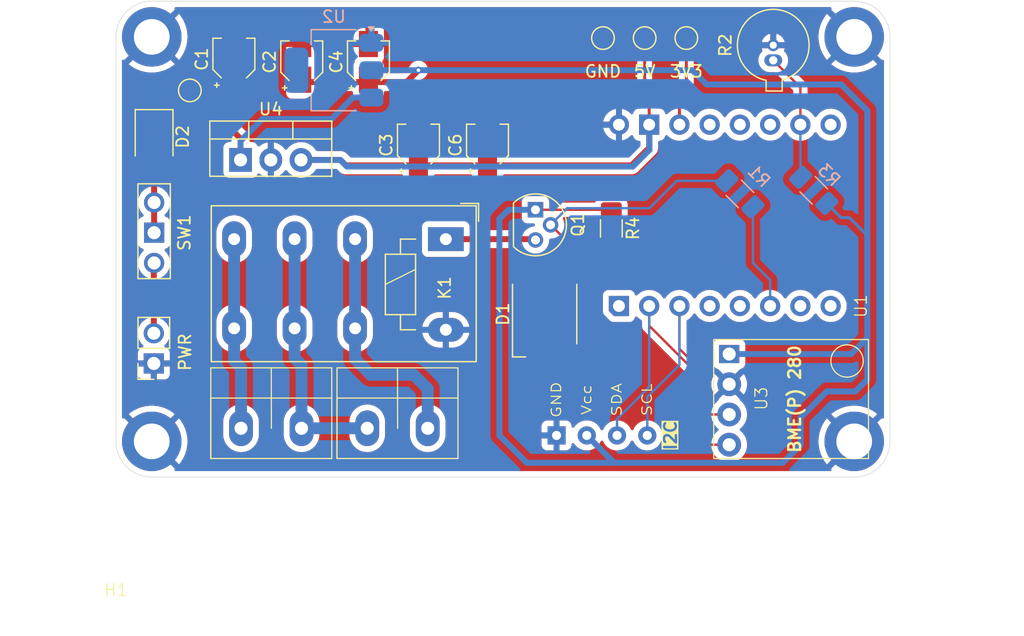
<source format=kicad_pcb>
(kicad_pcb (version 20240108) (generator "pcbnew") (generator_version "8.0")
  (layers (0 "F.Cu" signal) (31 "B.Cu" signal) (34 "B.Paste" user) (35 "F.Paste" user) (36 "B.SilkS" user "B.Silkscreen") (37 "F.SilkS" user "F.Silkscreen") (38 "B.Mask" user) (39 "F.Mask" user) (44 "Edge.Cuts" user))
  (net 0 "")
  (net 1 "GND")
  (net 2 "/SDA")
  (net 3 "/SCL")
  (net 4 "Net-(Q1-E)")
  (net 5 "/GPIO10")
  (net 7 "/ADC1")
  (net 16 "+3V3")
  (net 17 "/Power Supply/VIN")
  (net 18 "+5V")
  (net 19 "/Power Supply/VDC")
  (net 20 "/NC")
  (net 21 "/COM")
  (net 22 "/NO")
  (net 23 "Net-(J1-Pin_2)")
  (net 24 "Net-(D1-AG)")
  (net 25 "Net-(D1-AB)")
  (footprint "Capacitor_SMD:CP_Elec_3x5.3" (layer "F.Cu") (at 131.8 64.4 90)
    (property "Reference" "C4" (at 0 -2.7 90) (layer "F.SilkS"))
    (property "Value" "10uF")
    (fp_line (start 1.76 -1.76) (end 1.76 -1.06) (stroke (width 0.12)) (layer "F.SilkS"))
    (fp_line (start -0.870563 -1.76) (end 1.76 -1.76) (stroke (width 0.12)) (layer "F.SilkS"))
    (fp_line (start -2.1875 -1.6225) (end -2.1875 -1.2475) (stroke (width 0.12)) (layer "F.SilkS"))
    (fp_line (start -2.375 -1.435) (end -2 -1.435) (stroke (width 0.12)) (layer "F.SilkS"))
    (fp_line (start -1.570563 -1.06) (end -0.870563 -1.76) (stroke (width 0.12)) (layer "F.SilkS"))
    (fp_line (start -1.570563 1.06) (end -0.870563 1.76) (stroke (width 0.12)) (layer "F.SilkS"))
    (fp_line (start 1.76 1.76) (end 1.76 1.06) (stroke (width 0.12)) (layer "F.SilkS"))
    (fp_line (start -0.870563 1.76) (end 1.76 1.76) (stroke (width 0.12)) (layer "F.SilkS"))
    (pad "1" smd rect (at -1.5 0 90) (size 2.2 1.6) (layers "F.Cu" "F.Paste" "F.Mask") (net 16 "+3V3"))
    (pad "2" smd rect (at 1.5 0 90) (size 2.2 1.6) (layers "F.Cu" "F.Paste" "F.Mask") (net 1 "GND"))
  )
  (footprint "Package_TO_SOT_THT:TO-92" (layer "F.Cu") (at 145.83 76.83 -90)
    (property "Reference" "Q1" (at 1.27 -3.56 90) (layer "F.SilkS"))
    (property "Value" "NPN")
    (fp_line (start -0.53 1.85) (end 3.07 1.85) (stroke (width 0.12)) (layer "F.SilkS"))
    (fp_arc (start -0.568478 1.838478) (mid -1.132087 -0.994977) (end 1.27 -2.6) (stroke (width 0.12)) (layer "F.SilkS"))
    (fp_arc (start 1.27 -2.6) (mid 3.672087 -0.994977) (end 3.108478 1.838478) (stroke (width 0.12)) (layer "F.SilkS"))
    (pad "1" thru_hole rect (at 0 0 270) (size 1.3 1.3) (drill 0.75) (layers "*.Cu" "*.Mask") (net 16 "+3V3"))
    (pad "2" thru_hole circle (at 1.27 -1.27 270) (size 1.3 1.3) (drill 0.75) (layers "*.Cu" "*.Mask") (net 24 "Net-(D1-AG)"))
    (pad "3" thru_hole circle (at 2.54 0 270) (size 1.3 1.3) (drill 0.75) (layers "*.Cu" "*.Mask") (net 4 "Net-(Q1-E)"))
  )
  (footprint "TestPoint:TestPoint_Pad_D1.5mm" (layer "F.Cu") (at 158.5 62.4)
    (property "Reference" "3V3" (at 0 2.8 0) (layer "F.SilkS"))
    (property "Value" "3V3")
    (fp_circle (center 0 0) (end 0 0.95) (stroke (width 0.12)) (fill none) (layer "F.SilkS"))
    (pad "1" smd circle (at 0 0) (size 1.5 1.5) (layers "F.Cu" "F.Mask") (net 16 "+3V3"))
  )
  (footprint "Alexander Footprint Library:Conn_Terminal_5mm" (layer "F.Cu") (at 113.48 95.2 90)
    (property "Reference" "J3" (hide yes))
    (property "Value" "Conn_01x02_Socket")
    (fp_line (start 2.54 5.08) (end -2.54 5.08) (stroke (width 0.1)) (layer "F.SilkS"))
    (fp_line (start -2.54 5.08) (end 5.08 5.08) (stroke (width 0.1)) (layer "F.SilkS"))
    (fp_line (start -2.54 5.08) (end -2.54 15.24) (stroke (width 0.1)) (layer "F.SilkS"))
    (fp_line (start 0 10.17) (end 5.08 10.16) (stroke (width 0.1)) (layer "F.SilkS"))
    (fp_line (start 5.08 15.24) (end 5.08 5.08) (stroke (width 0.1)) (layer "F.SilkS"))
    (fp_line (start 2.54 15.24) (end 2.54 5.08) (stroke (width 0.1)) (layer "F.SilkS"))
    (fp_line (start -2.54 15.24) (end 5.08 15.24) (stroke (width 0.1)) (layer "F.SilkS"))
    (pad "1" thru_hole oval (at 0 7.62 180) (size 2 3) (drill 1.1) (layers "*.Cu" "*.Mask") (net 20 "/NC"))
    (pad "2" thru_hole oval (at 0 12.7 180) (size 2 3) (drill 1.1) (layers "*.Cu" "*.Mask") (net 21 "/COM"))
  )
  (footprint "Alexander Footprint Library:Conn_I2C" (layer "F.Cu") (at 139.98 95.8 90)
    (property "Reference" "J4" (hide yes))
    (property "Value" "I2C")
    (fp_text user "I2C" (at 0 17.78 90) (layer "F.SilkS" knockout) (effects (font (thickness 0.2) (bold yes)) (justify bottom)))
    (fp_text user "GND" (at 3 7.6 90) (layer "F.SilkS") (effects (font (size 0.8 1) (thickness 0.1))))
    (fp_text user "SDA" (at 3 12.68 90) (layer "F.SilkS") (effects (font (size 0.8 1) (thickness 0.1))))
    (fp_text user "SCL" (at 3 15.22 90) (layer "F.SilkS") (effects (font (size 0.8 1) (thickness 0.1))))
    (fp_text user "Vcc" (at 3 10.14 90) (layer "F.SilkS") (effects (font (size 0.8 1) (thickness 0.1))))
    (pad "GND" thru_hole rect (at 0 7.62 90) (size 1.524 1.524) (drill 0.762) (layers "*.Cu" "*.Mask") (net 1 "GND"))
    (pad "SCL" thru_hole circle (at 0 15.24 90) (size 1.524 1.524) (drill 0.762) (layers "*.Cu" "*.Mask") (net 3 "/SCL"))
    (pad "SDA" thru_hole circle (at 0 12.7 90) (size 1.524 1.524) (drill 0.762) (layers "*.Cu" "*.Mask") (net 2 "/SDA"))
    (pad "Vcc" thru_hole circle (at 0 10.16 90) (size 1.524 1.524) (drill 0.762) (layers "*.Cu" "*.Mask") (net 16 "+3V3"))
  )
  (footprint "TestPoint:TestPoint_Pad_D1.5mm" (layer "F.Cu") (at 155 62.4)
    (property "Reference" "5V" (at 0 2.8 0) (layer "F.SilkS"))
    (property "Value" "5V")
    (fp_circle (center 0 0) (end 0 0.95) (stroke (width 0.12)) (fill none) (layer "F.SilkS"))
    (pad "1" smd circle (at 0 0) (size 1.5 1.5) (layers "F.Cu" "F.Mask") (net 18 "+5V"))
  )
  (footprint "Alexander Footprint Library:BME280_BMP280_I2C" (layer "F.Cu") (at 160.8 87.74)
    (property "Reference" "U3" (at 4 4.96 90) (layer "F.SilkS") (effects (font (thickness 0.1))))
    (property "Value" "~")
    (fp_rect (start 0 0) (end 13 10) (stroke (width 0.1)) (fill none) (layer "F.SilkS"))
    (fp_circle (center 11.2 1.8) (end 12.3 1) (stroke (width 0.1)) (fill none) (layer "F.SilkS"))
    (fp_text user "BME(P) 280" (at 6.8 5 90) (layer "F.SilkS") (effects (font (thickness 0.2) (bold yes))))
    (pad "1" thru_hole rect (at 1.3 1.22) (size 1.7 1.524) (drill 1.1) (layers "*.Cu" "*.Mask") (net 16 "+3V3"))
    (pad "2" thru_hole circle (at 1.3 3.76) (size 2 2) (drill 1.1) (layers "*.Cu" "*.Mask") (net 1 "GND"))
    (pad "3" thru_hole circle (at 1.3 6.3) (size 2 2) (drill 1.1) (layers "*.Cu" "*.Mask") (net 3 "/SCL"))
    (pad "4" thru_hole circle (at 1.3 8.84) (size 2 2) (drill 1.1) (layers "*.Cu" "*.Mask") (net 2 "/SDA"))
  )
  (footprint "Resistor_SMD:R_1206_3216Metric_Pad1.30x1.75mm_HandSolder" (layer "F.Cu") (at 152.2 78.4 -90)
    (property "Reference" "R4" (at 0 -1.82 90) (layer "F.SilkS"))
    (property "Value" "10K")
    (fp_line (start -0.727064 0.91) (end 0.727064 0.91) (stroke (width 0.12)) (layer "F.SilkS"))
    (fp_line (start -0.727064 -0.91) (end 0.727064 -0.91) (stroke (width 0.12)) (layer "F.SilkS"))
    (pad "1" smd roundrect (at -1.550001 0 270) (size 1.3 1.75) (layers "F.Cu" "F.Paste" "F.Mask") (roundrect_rratio 0.192308) (net 16 "+3V3"))
    (pad "2" smd roundrect (at 1.550001 0 270) (size 1.3 1.75) (layers "F.Cu" "F.Paste" "F.Mask") (roundrect_rratio 0.192308) (net 25 "Net-(D1-AB)"))
  )
  (footprint "Connector_PinSocket_2.54mm:PinSocket_1x02_P2.54mm_Vertical" (layer "F.Cu") (at 113.775 89.75 180)
    (property "Reference" "J1" (hide yes))
    (property "Value" "PWR" (at -2.625 0.95 90) (layer "F.SilkS"))
    (fp_line (start 1.33 1.27) (end 1.33 3.87) (stroke (width 0.12)) (layer "F.SilkS"))
    (fp_line (start 1.33 -1.33) (end 1.33 0) (stroke (width 0.12)) (layer "F.SilkS"))
    (fp_line (start 0 -1.33) (end 1.33 -1.33) (stroke (width 0.12)) (layer "F.SilkS"))
    (fp_line (start -1.33 3.87) (end 1.33 3.87) (stroke (width 0.12)) (layer "F.SilkS"))
    (fp_line (start -1.33 1.27) (end 1.33 1.27) (stroke (width 0.12)) (layer "F.SilkS"))
    (fp_line (start -1.33 1.27) (end -1.33 3.87) (stroke (width 0.12)) (layer "F.SilkS"))
    (pad "1" thru_hole rect (at 0 0 180) (size 1.7 1.7) (drill 1.1) (layers "*.Cu" "*.Mask") (net 1 "GND"))
    (pad "2" thru_hole circle (at 0 2.54 180) (size 1.7 1.7) (drill 1.1) (layers "*.Cu" "*.Mask") (net 23 "Net-(J1-Pin_2)"))
  )
  (footprint "Alexander Footprint Library:LED_5050-6" (layer "F.Cu") (at 146.6 85.6 90)
    (property "Reference" "D1" (at 0 -3.5 90) (layer "F.SilkS"))
    (property "Value" "LED_SMD_5050")
    (fp_line (start -3.6 -2.7) (end 2.5 -2.7) (stroke (width 0.12)) (layer "F.SilkS"))
    (fp_line (start -3.6 -1.6) (end -3.6 -2.7) (stroke (width 0.12)) (layer "F.SilkS"))
    (fp_line (start 2.5 2.7) (end -2.5 2.7) (stroke (width 0.12)) (layer "F.SilkS"))
    (pad "1" smd rect (at -2.4 -1.7 180) (size 1.1 2) (layers "F.Cu" "F.Paste" "F.Mask") (net 25 "Net-(D1-AB)"))
    (pad "2" smd rect (at -2.4 0 180) (size 1.1 2) (layers "F.Cu" "F.Paste" "F.Mask") (net 25 "Net-(D1-AB)"))
    (pad "3" smd rect (at -2.4 1.7 180) (size 1.1 2) (layers "F.Cu" "F.Paste" "F.Mask") (net 25 "Net-(D1-AB)"))
    (pad "4" smd rect (at 2.4 1.7 180) (size 1.1 2) (layers "F.Cu" "F.Paste" "F.Mask") (net 24 "Net-(D1-AG)"))
    (pad "5" smd rect (at 2.4 0 180) (size 1.1 2) (layers "F.Cu" "F.Paste" "F.Mask") (net 24 "Net-(D1-AG)"))
    (pad "6" smd rect (at 2.4 -1.7 180) (size 1.1 2) (layers "F.Cu" "F.Paste" "F.Mask") (net 24 "Net-(D1-AG)"))
  )
  (footprint "Capacitor_SMD:CP_Elec_3x5.3" (layer "F.Cu") (at 136 71.4 90)
    (property "Reference" "C3" (at 0 -2.7 90) (layer "F.SilkS"))
    (property "Value" "1uF")
    (fp_line (start 1.76 -1.76) (end 1.76 -1.06) (stroke (width 0.12)) (layer "F.SilkS"))
    (fp_line (start -0.870563 -1.76) (end 1.76 -1.76) (stroke (width 0.12)) (layer "F.SilkS"))
    (fp_line (start -2.1875 -1.6225) (end -2.1875 -1.2475) (stroke (width 0.12)) (layer "F.SilkS"))
    (fp_line (start -2.375 -1.435) (end -2 -1.435) (stroke (width 0.12)) (layer "F.SilkS"))
    (fp_line (start -1.570563 -1.06) (end -0.870563 -1.76) (stroke (width 0.12)) (layer "F.SilkS"))
    (fp_line (start -1.570563 1.06) (end -0.870563 1.76) (stroke (width 0.12)) (layer "F.SilkS"))
    (fp_line (start 1.76 1.76) (end 1.76 1.06) (stroke (width 0.12)) (layer "F.SilkS"))
    (fp_line (start -0.870563 1.76) (end 1.76 1.76) (stroke (width 0.12)) (layer "F.SilkS"))
    (pad "1" smd rect (at -1.5 0 90) (size 2.2 1.6) (layers "F.Cu" "F.Paste" "F.Mask") (net 18 "+5V"))
    (pad "2" smd rect (at 1.5 0 90) (size 2.2 1.6) (layers "F.Cu" "F.Paste" "F.Mask") (net 1 "GND"))
  )
  (footprint "Alexander Footprint Library:ESP32-C3_SuperMini" (layer "F.Cu") (at 173.16 84.92 90)
    (property "Reference" "U1" (at 0 0 90) (layer "F.SilkS") (effects (font (thickness 0.1))))
    (property "Value" "~")
    (pad "1" thru_hole roundrect (at 0 -20.32 90) (size 1.7 1.7) (drill 1) (layers "*.Cu" "*.Mask") (roundrect_rratio 0) (chamfer_ratio 0.25) (chamfer top_left))
    (pad "2" thru_hole oval (at 0 -17.78 90) (size 1.7 1.7) (drill 1) (layers "*.Cu" "*.Mask") (net 2 "/SDA"))
    (pad "3" thru_hole oval (at 0 -15.24 90) (size 1.7 1.7) (drill 1) (layers "*.Cu" "*.Mask") (net 3 "/SCL"))
    (pad "4" thru_hole oval (at 0 -12.7 90) (size 1.7 1.7) (drill 1) (layers "*.Cu" "*.Mask"))
    (pad "5" thru_hole oval (at 0 -10.16 90) (size 1.7 1.7) (drill 1) (layers "*.Cu" "*.Mask"))
    (pad "6" thru_hole oval (at 0 -7.62 90) (size 1.7 1.7) (drill 1) (layers "*.Cu" "*.Mask") (net 5 "/GPIO10"))
    (pad "7" thru_hole oval (at 0 -5.08 90) (size 1.7 1.7) (drill 1) (layers "*.Cu" "*.Mask"))
    (pad "8" thru_hole oval (at 0 -2.54 90) (size 1.7 1.7) (drill 1) (layers "*.Cu" "*.Mask"))
    (pad "9" thru_hole oval (at 15.24 -2.54 90) (size 1.7 1.7) (drill 1) (layers "*.Cu" "*.Mask"))
    (pad "10" thru_hole oval (at 15.24 -5.08 90) (size 1.7 1.7) (drill 1) (layers "*.Cu" "*.Mask") (net 7 "/ADC1"))
    (pad "11" thru_hole oval (at 15.24 -7.62 90) (size 1.7 1.7) (drill 1) (layers "*.Cu" "*.Mask"))
    (pad "12" thru_hole oval (at 15.24 -10.16 90) (size 1.7 1.7) (drill 1) (layers "*.Cu" "*.Mask"))
    (pad "13" thru_hole oval (at 15.24 -12.7 90) (size 1.7 1.7) (drill 1) (layers "*.Cu" "*.Mask"))
    (pad "14" thru_hole oval (at 15.24 -15.24 90) (size 1.7 1.7) (drill 1) (layers "*.Cu" "*.Mask") (net 16 "+3V3"))
    (pad "15" thru_hole rect (at 15.24 -17.78 90) (size 1.7 1.7) (drill 1) (layers "*.Cu" "*.Mask") (net 18 "+5V"))
    (pad "16" thru_hole oval (at 15.24 -20.32 90) (size 1.7 1.7) (drill 1) (layers "*.Cu" "*.Mask") (net 1 "GND"))
  )
  (footprint "TestPoint:TestPoint_Pad_D1.5mm" (layer "F.Cu") (at 151.5 62.4)
    (property "Reference" "GND" (at 0 2.8 0) (layer "F.SilkS"))
    (property "Value" "GND")
    (fp_circle (center 0 0) (end 0 0.95) (stroke (width 0.12)) (fill none) (layer "F.SilkS"))
    (pad "1" smd circle (at 0 0) (size 1.5 1.5) (layers "F.Cu" "F.Mask") (net 1 "GND"))
  )
  (footprint "Alexander Footprint Library:Board_65-40" (layer "F.Cu") (at 110.6 109.3)
    (property "Reference" "H1" (at 0 -0.5 0) (layer "F.SilkS") (effects (font (thickness 0.1))))
    (property "Value" "Project_Box_Board_65x40")
    (fp_line (start 0 -13) (end 0 -47) (stroke (width 0.05)) (layer "Edge.Cuts"))
    (fp_line (start 3 -50) (end 62 -50) (stroke (width 0.05)) (layer "Edge.Cuts"))
    (fp_line (start 62 -10) (end 3 -10) (stroke (width 0.05)) (layer "Edge.Cuts"))
    (fp_line (start 65 -47) (end 65 -13) (stroke (width 0.05)) (layer "Edge.Cuts"))
    (fp_arc (start 0 -47) (mid 0.87868 -49.12132) (end 3 -50) (stroke (width 0.05)) (layer "Edge.Cuts"))
    (fp_arc (start 3 -10) (mid 0.87868 -10.87868) (end 0 -13) (stroke (width 0.05)) (layer "Edge.Cuts"))
    (fp_arc (start 62 -50) (mid 64.12132 -49.12132) (end 65 -47) (stroke (width 0.05)) (layer "Edge.Cuts"))
    (fp_arc (start 65 -13) (mid 64.12132 -10.87868) (end 62 -10) (stroke (width 0.05)) (layer "Edge.Cuts"))
    (pad "1" thru_hole circle (at 3 -47) (size 5 5) (drill 3) (layers "*.Cu" "*.Mask") (net 1 "GND"))
    (pad "2" thru_hole circle (at 3 -13) (size 5 5) (drill 3) (layers "*.Cu" "*.Mask") (net 1 "GND"))
    (pad "3" thru_hole circle (at 62 -13) (size 5 5) (drill 3) (layers "*.Cu" "*.Mask") (net 1 "GND"))
    (pad "4" thru_hole circle (at 62 -47) (size 5 5) (drill 3) (layers "*.Cu" "*.Mask") (net 1 "GND"))
  )
  (footprint "Alexander Footprint Library:LD1117" (layer "F.Cu") (at 121.06 72.645)
    (property "Reference" "U4" (at 2.54 -4.27 0) (layer "F.SilkS"))
    (property "Value" "L7805")
    (fp_line (start -2.58 -3.27) (end -2.58 1.371) (stroke (width 0.12)) (layer "F.SilkS"))
    (fp_line (start -2.58 -3.27) (end 7.66 -3.27) (stroke (width 0.12)) (layer "F.SilkS"))
    (fp_line (start -2.58 -1.76) (end 7.66 -1.76) (stroke (width 0.12)) (layer "F.SilkS"))
    (fp_line (start -2.58 1.371) (end 7.66 1.371) (stroke (width 0.12)) (layer "F.SilkS"))
    (fp_line (start 0.69 -3.27) (end 0.69 -1.76) (stroke (width 0.12)) (layer "F.SilkS"))
    (fp_line (start 4.391 -3.27) (end 4.391 -1.76) (stroke (width 0.12)) (layer "F.SilkS"))
    (fp_line (start 7.66 -3.27) (end 7.66 1.371) (stroke (width 0.12)) (layer "F.SilkS"))
    (pad "1" thru_hole rect (at 0 0) (size 1.905 2) (drill 1.1) (layers "*.Cu" "*.Mask") (net 17 "/Power Supply/VIN"))
    (pad "2" thru_hole oval (at 2.54 0) (size 1.905 2) (drill 1.1) (layers "*.Cu" "*.Mask") (net 1 "GND"))
    (pad "3" thru_hole oval (at 5.08 0) (size 1.905 2) (drill 1.1) (layers "*.Cu" "*.Mask") (net 18 "+5V"))
  )
  (footprint "TestPoint:TestPoint_Pad_D1.5mm" (layer "F.Cu") (at 116.8 66.8)
    (property "Reference" "TP1" (hide yes))
    (property "Value" "VIN")
    (fp_circle (center 0 0) (end 0 0.95) (stroke (width 0.12)) (fill none) (layer "F.SilkS"))
    (pad "1" smd circle (at 0 0) (size 1.5 1.5) (layers "F.Cu" "F.Mask") (net 17 "/Power Supply/VIN"))
  )
  (footprint "Capacitor_SMD:CP_Elec_3x5.3" (layer "F.Cu") (at 126.2 64.4 90)
    (property "Reference" "C2" (at 0 -2.7 90) (layer "F.SilkS"))
    (property "Value" "1uF")
    (fp_line (start 1.76 -1.76) (end 1.76 -1.06) (stroke (width 0.12)) (layer "F.SilkS"))
    (fp_line (start -0.870563 -1.76) (end 1.76 -1.76) (stroke (width 0.12)) (layer "F.SilkS"))
    (fp_line (start -2.1875 -1.6225) (end -2.1875 -1.2475) (stroke (width 0.12)) (layer "F.SilkS"))
    (fp_line (start -2.375 -1.435) (end -2 -1.435) (stroke (width 0.12)) (layer "F.SilkS"))
    (fp_line (start -1.570563 -1.06) (end -0.870563 -1.76) (stroke (width 0.12)) (layer "F.SilkS"))
    (fp_line (start -1.570563 1.06) (end -0.870563 1.76) (stroke (width 0.12)) (layer "F.SilkS"))
    (fp_line (start 1.76 1.76) (end 1.76 1.06) (stroke (width 0.12)) (layer "F.SilkS"))
    (fp_line (start -0.870563 1.76) (end 1.76 1.76) (stroke (width 0.12)) (layer "F.SilkS"))
    (pad "1" smd rect (at -1.5 0 90) (size 2.2 1.6) (layers "F.Cu" "F.Paste" "F.Mask") (net 16 "+3V3"))
    (pad "2" smd rect (at 1.5 0 90) (size 2.2 1.6) (layers "F.Cu" "F.Paste" "F.Mask") (net 1 "GND"))
  )
  (footprint "Diode_SMD:D_1210_3225Metric" (layer "F.Cu") (at 113.8 70.7 -90)
    (property "Reference" "D2" (at 0 -2.4 90) (layer "F.SilkS"))
    (property "Value" "D")
    (fp_line (start -2.285 1.585) (end 1.6 1.585) (stroke (width 0.12)) (layer "F.SilkS"))
    (fp_line (start -2.285 -1.585) (end -2.285 1.585) (stroke (width 0.12)) (layer "F.SilkS"))
    (fp_line (start 1.6 -1.585) (end -2.285 -1.585) (stroke (width 0.12)) (layer "F.SilkS"))
    (pad "1" smd roundrect (at -1.4 0 270) (size 1.25 2.65) (layers "F.Cu" "F.Paste" "F.Mask") (roundrect_rratio 0.2) (net 17 "/Power Supply/VIN"))
    (pad "2" smd roundrect (at 1.4 0 270) (size 1.25 2.65) (layers "F.Cu" "F.Paste" "F.Mask") (roundrect_rratio 0.2) (net 19 "/Power Supply/VDC"))
  )
  (footprint "Alexander Footprint Library:Conn_Terminal_5mm" (layer "F.Cu") (at 124.08 95.2 90)
    (property "Reference" "J2" (hide yes))
    (property "Value" "Conn_01x02_Socket")
    (fp_line (start 2.54 5.08) (end -2.54 5.08) (stroke (width 0.1)) (layer "F.SilkS"))
    (fp_line (start -2.54 5.08) (end 5.08 5.08) (stroke (width 0.1)) (layer "F.SilkS"))
    (fp_line (start -2.54 5.08) (end -2.54 15.24) (stroke (width 0.1)) (layer "F.SilkS"))
    (fp_line (start 0 10.17) (end 5.08 10.16) (stroke (width 0.1)) (layer "F.SilkS"))
    (fp_line (start 5.08 15.24) (end 5.08 5.08) (stroke (width 0.1)) (layer "F.SilkS"))
    (fp_line (start 2.54 15.24) (end 2.54 5.08) (stroke (width 0.1)) (layer "F.SilkS"))
    (fp_line (start -2.54 15.24) (end 5.08 15.24) (stroke (width 0.1)) (layer "F.SilkS"))
    (pad "1" thru_hole oval (at 0 7.62 180) (size 2 3) (drill 1.1) (layers "*.Cu" "*.Mask") (net 21 "/COM"))
    (pad "2" thru_hole oval (at 0 12.7 180) (size 2 3) (drill 1.1) (layers "*.Cu" "*.Mask") (net 22 "/NO"))
  )
  (footprint "Alexander Footprint Library:Relay_DPDT_HK19F_HUI" (layer "F.Cu") (at 138.3 79.3 180)
    (property "Reference" "K1" (at 0.1 -4.1 90) (layer "F.SilkS"))
    (property "Value" "Relay_DPDT_HK19F_HUI")
    (fp_line (start 19.7 2.8) (end 19.7 -10.3) (stroke (width 0.12)) (layer "F.SilkS"))
    (fp_line (start 19.7 -10.3) (end -2.55 -10.3) (stroke (width 0.12)) (layer "F.SilkS"))
    (fp_line (start 5.08 -1.27) (end 5.08 -6.35) (stroke (width 0.12)) (layer "F.SilkS"))
    (fp_line (start 5.08 -6.35) (end 2.54 -6.35) (stroke (width 0.12)) (layer "F.SilkS"))
    (fp_line (start 3.81 0) (end 3.81 -1.27) (stroke (width 0.12)) (layer "F.SilkS"))
    (fp_line (start 3.81 -1.27) (end 5.08 -1.27) (stroke (width 0.12)) (layer "F.SilkS"))
    (fp_line (start 3.81 -6.35) (end 3.81 -7.62) (stroke (width 0.12)) (layer "F.SilkS"))
    (fp_line (start 3.81 -7.62) (end 2.54 -7.62) (stroke (width 0.12)) (layer "F.SilkS"))
    (fp_line (start 2.54 0) (end 3.81 0) (stroke (width 0.12)) (layer "F.SilkS"))
    (fp_line (start 2.54 -1.27) (end 3.81 -1.27) (stroke (width 0.12)) (layer "F.SilkS"))
    (fp_line (start 2.54 -2.54) (end 5.08 -3.81) (stroke (width 0.1)) (layer "F.SilkS"))
    (fp_line (start 2.54 -6.35) (end 2.54 -1.27) (stroke (width 0.12)) (layer "F.SilkS"))
    (fp_line (start -2.55 2.8) (end 19.7 2.8) (stroke (width 0.12)) (layer "F.SilkS"))
    (fp_line (start -2.55 -10.3) (end -2.55 2.8) (stroke (width 0.12)) (layer "F.SilkS"))
    (fp_line (start -2.75 3) (end -1.25 3) (stroke (width 0.12)) (layer "F.SilkS"))
    (fp_line (start -2.75 1.5) (end -2.75 3) (stroke (width 0.12)) (layer "F.SilkS"))
    (pad "11" thru_hole oval (at 12.7 0) (size 2 3) (drill 1) (layers "*.Cu" "*.Mask") (net 21 "/COM"))
    (pad "12" thru_hole oval (at 7.62 0) (size 2 3) (drill 1) (layers "*.Cu" "*.Mask") (net 22 "/NO"))
    (pad "14" thru_hole oval (at 17.78 0) (size 2 3) (drill 1) (layers "*.Cu" "*.Mask") (net 20 "/NC"))
    (pad "21" thru_hole oval (at 12.7 -7.5) (size 2 3) (drill 1) (layers "*.Cu" "*.Mask") (net 21 "/COM"))
    (pad "22" thru_hole oval (at 7.62 -7.5) (size 2 3) (drill 1) (layers "*.Cu" "*.Mask") (net 22 "/NO"))
    (pad "24" thru_hole oval (at 17.78 -7.5) (size 2 3) (drill 1) (layers "*.Cu" "*.Mask") (net 20 "/NC"))
    (pad "A1" thru_hole rect (at 0 0) (size 3 2) (drill 1) (layers "*.Cu" "*.Mask") (net 4 "Net-(Q1-E)"))
    (pad "A2" thru_hole oval (at 0 -7.62) (size 3 2) (drill 1) (layers "*.Cu" "*.Mask") (net 1 "GND"))
  )
  (footprint "Capacitor_SMD:CP_Elec_3x5.3" (layer "F.Cu") (at 141.8 71.4 90)
    (property "Reference" "C6" (at 0 -2.7 90) (layer "F.SilkS"))
    (property "Value" "10uF")
    (fp_line (start 1.76 -1.76) (end 1.76 -1.06) (stroke (width 0.12)) (layer "F.SilkS"))
    (fp_line (start -0.870563 -1.76) (end 1.76 -1.76) (stroke (width 0.12)) (layer "F.SilkS"))
    (fp_line (start -2.1875 -1.6225) (end -2.1875 -1.2475) (stroke (width 0.12)) (layer "F.SilkS"))
    (fp_line (start -2.375 -1.435) (end -2 -1.435) (stroke (width 0.12)) (layer "F.SilkS"))
    (fp_line (start -1.570563 -1.06) (end -0.870563 -1.76) (stroke (width 0.12)) (layer "F.SilkS"))
    (fp_line (start -1.570563 1.06) (end -0.870563 1.76) (stroke (width 0.12)) (layer "F.SilkS"))
    (fp_line (start 1.76 1.76) (end 1.76 1.06) (stroke (width 0.12)) (layer "F.SilkS"))
    (fp_line (start -0.870563 1.76) (end 1.76 1.76) (stroke (width 0.12)) (layer "F.SilkS"))
    (pad "1" smd rect (at -1.5 0 90) (size 2.2 1.6) (layers "F.Cu" "F.Paste" "F.Mask") (net 18 "+5V"))
    (pad "2" smd rect (at 1.5 0 90) (size 2.2 1.6) (layers "F.Cu" "F.Paste" "F.Mask") (net 1 "GND"))
  )
  (footprint "Package_TO_SOT_THT:TO-46-2_Pin2Center" (layer "F.Cu") (at 165.8 64.27 90)
    (property "Reference" "R2" (at 1.27 -4.02 90) (layer "F.SilkS"))
    (property "Value" "R_Photo")
    (fp_line (start -1.68 -0.6) (end -2.58 -0.6) (stroke (width 0.12)) (layer "F.SilkS"))
    (fp_line (start -2.58 -0.6) (end -2.58 0.75) (stroke (width 0.12)) (layer "F.SilkS"))
    (fp_line (start -2.58 0.75) (end -1.68 0.75) (stroke (width 0.12)) (layer "F.SilkS"))
    (fp_arc (start -1.68 -0.6) (mid 4.279362 -0.078983) (end -1.644465 0.753918) (stroke (width 0.12)) (layer "F.SilkS"))
    (pad "1" thru_hole oval (at 0 0 180) (size 1.5 1) (drill 0.7) (layers "*.Cu" "*.Mask") (net 7 "/ADC1"))
    (pad "2" thru_hole oval (at 1.27 0 90) (size 1 1) (drill 0.6) (layers "*.Cu" "*.Mask") (net 1 "GND"))
  )
  (footprint "Capacitor_SMD:CP_Elec_3x5.3" (layer "F.Cu") (at 120.5 64.1726 90)
    (property "Reference" "C1" (at 0 -2.7 90) (layer "F.SilkS"))
    (property "Value" "10uF")
    (fp_line (start 1.76 -1.76) (end 1.76 -1.06) (stroke (width 0.12)) (layer "F.SilkS"))
    (fp_line (start -0.870563 -1.76) (end 1.76 -1.76) (stroke (width 0.12)) (layer "F.SilkS"))
    (fp_line (start -2.1875 -1.6225) (end -2.1875 -1.2475) (stroke (width 0.12)) (layer "F.SilkS"))
    (fp_line (start -2.375 -1.435) (end -2 -1.435) (stroke (width 0.12)) (layer "F.SilkS"))
    (fp_line (start -1.570563 -1.06) (end -0.870563 -1.76) (stroke (width 0.12)) (layer "F.SilkS"))
    (fp_line (start -1.570563 1.06) (end -0.870563 1.76) (stroke (width 0.12)) (layer "F.SilkS"))
    (fp_line (start 1.76 1.76) (end 1.76 1.06) (stroke (width 0.12)) (layer "F.SilkS"))
    (fp_line (start -0.870563 1.76) (end 1.76 1.76) (stroke (width 0.12)) (layer "F.SilkS"))
    (pad "1" smd rect (at -1.5 0 90) (size 2.2 1.6) (layers "F.Cu" "F.Paste" "F.Mask") (net 17 "/Power Supply/VIN"))
    (pad "2" smd rect (at 1.5 0 90) (size 2.2 1.6) (layers "F.Cu" "F.Paste" "F.Mask") (net 1 "GND"))
  )
  (footprint "Alexander Footprint Library:SW_Slide-03_7.3x2.5x2.5_P2.54mm" (layer "F.Cu") (at 113.8 78.76 -90)
    (property "Reference" "SW1" (at 0 -2.54 90) (layer "F.SilkS"))
    (property "Value" "SW_SPDT")
    (fp_rect (start -4.11 -1.36) (end 3.86 1.36) (stroke (width 0.12)) (fill none) (layer "F.SilkS"))
    (pad "1" thru_hole rect (at 0 0 270) (size 1.7 1.7) (drill 1.1) (layers "*.Cu" "*.Mask") (net 19 "/Power Supply/VDC"))
    (pad "2" thru_hole circle (at -2.54 0 270) (size 1.7 1.7) (drill 1.1) (layers "*.Cu" "*.Mask") (net 19 "/Power Supply/VDC"))
    (pad "3" thru_hole circle (at 2.54 0 270) (size 1.7 1.7) (drill 1.1) (layers "*.Cu" "*.Mask") (net 23 "Net-(J1-Pin_2)"))
  )
  (footprint "Resistor_SMD:R_1206_3216Metric_Pad1.30x1.75mm_HandSolder" (layer "B.Cu") (at 163 75.5 -45)
    (property "Reference" "R1" (at 0.070711 -2.192031 135) (layer "B.SilkS") (effects (justify mirror)))
    (property "Value" "10K")
    (fp_line (start 0.727064 0.91) (end -0.727064 0.91) (stroke (width 0.12)) (layer "B.SilkS"))
    (fp_line (start 0.727064 -0.91) (end -0.727064 -0.91) (stroke (width 0.12)) (layer "B.SilkS"))
    (pad "1" smd roundrect (at -1.550001 0 315) (size 1.3 1.75) (layers "B.Cu" "B.Paste" "B.Mask") (roundrect_rratio 0.192308) (net 24 "Net-(D1-AG)"))
    (pad "2" smd roundrect (at 1.550001 0 315) (size 1.3 1.75) (layers "B.Cu" "B.Paste" "B.Mask") (roundrect_rratio 0.192308) (net 5 "/GPIO10"))
  )
  (footprint "Alexander Footprint Library:AMS1117 SOT-223" (layer "B.Cu") (at 128.9 65.1 180)
    (property "Reference" "U2" (at 0 4.5 0) (layer "B.SilkS") (effects (justify mirror)))
    (property "Value" "AMS1117-3V3")
    (fp_line (start 1.91 3.41) (end -1.85 3.41) (stroke (width 0.12)) (layer "B.SilkS"))
    (fp_line (start 1.91 2.15) (end 1.91 3.41) (stroke (width 0.12)) (layer "B.SilkS"))
    (fp_line (start 1.91 -2.15) (end 1.91 -3.41) (stroke (width 0.12)) (layer "B.SilkS"))
    (fp_line (start 1.91 -3.41) (end -1.85 -3.41) (stroke (width 0.12)) (layer "B.SilkS"))
    (fp_poly (pts (xy -3.13 3.31) (xy -3.37 3.64) (xy -2.89 3.64) (xy -3.13 3.31)) (stroke (width 0.12)) (fill solid) (layer "B.SilkS"))
    (pad "1" smd roundrect (at -3.15 2.3 180) (size 2 1.5) (layers "B.Cu" "B.Paste" "B.Mask") (net 1 "GND"))
    (pad "2" smd roundrect (at -3.15 0 180) (size 2 1.5) (layers "B.Cu" "B.Paste" "B.Mask") (net 16 "+3V3"))
    (pad "3" smd roundrect (at -3.15 -2.3 180) (size 2 1.5) (layers "B.Cu" "B.Paste" "B.Mask") (net 17 "/Power Supply/VIN"))
    (pad "4" smd roundrect (at 3.15 0 180) (size 2 3.8) (layers "B.Cu" "B.Paste" "B.Mask"))
  )
  (footprint "Resistor_SMD:R_1206_3216Metric_Pad1.30x1.75mm_HandSolder" (layer "B.Cu") (at 169.2 75.2 135)
    (property "Reference" "R3" (at 0 1.82 135) (layer "B.SilkS") (effects (justify mirror)))
    (property "Value" "R")
    (fp_line (start 0.727064 -0.91) (end -0.727064 -0.91) (stroke (width 0.12)) (layer "B.SilkS"))
    (fp_line (start 0.727064 0.91) (end -0.727064 0.91) (stroke (width 0.12)) (layer "B.SilkS"))
    (pad "1" smd roundrect (at -1.550001 0 135) (size 1.3 1.75) (layers "B.Cu" "B.Paste" "B.Mask") (roundrect_rratio 0.192308) (net 16 "+3V3"))
    (pad "2" smd roundrect (at 1.550001 0 135) (size 1.3 1.75) (layers "B.Cu" "B.Paste" "B.Mask") (roundrect_rratio 0.192308) (net 7 "/ADC1"))
  )
  (segment (start 160.58 96.58) (end 159 95) (width 0.2) (layer "F.Cu") (net 2))
  (segment (start 159 95) (end 159 90.2) (width 0.2) (layer "F.Cu") (net 2))
  (segment (start 162.1 96.58) (end 160.58 96.58) (width 0.2) (layer "F.Cu") (net 2))
  (segment (start 155.38 86.58) (end 155.38 84.92) (width 0.2) (layer "F.Cu") (net 2))
  (segment (start 159 90.2) (end 155.38 86.58) (width 0.2) (layer "F.Cu") (net 2))
  (segment (start 152.68 95.8) (end 152.68 94.42) (width 0.2) (layer "B.Cu") (net 2))
  (segment (start 155.38 91.72) (end 155.38 84.92) (width 0.2) (layer "B.Cu") (net 2))
  (segment (start 152.68 94.42) (end 155.38 91.72) (width 0.2) (layer "B.Cu") (net 2))
  (segment (start 157.92 88.52) (end 157.92 84.92) (width 0.2) (layer "F.Cu") (net 3))
  (segment (start 160.24 94.04) (end 159.4 93.2) (width 0.2) (layer "F.Cu") (net 3))
  (segment (start 159.4 90) (end 157.92 88.52) (width 0.2) (layer "F.Cu") (net 3))
  (segment (start 162.1 94.04) (end 160.24 94.04) (width 0.2) (layer "F.Cu") (net 3))
  (segment (start 159.4 93.2) (end 159.4 90) (width 0.2) (layer "F.Cu") (net 3))
  (segment (start 157.92 89.88) (end 157.92 84.92) (width 0.2) (layer "B.Cu") (net 3))
  (segment (start 155.22 92.58) (end 157.92 89.88) (width 0.2) (layer "B.Cu") (net 3))
  (segment (start 155.22 95.8) (end 155.22 92.58) (width 0.2) (layer "B.Cu") (net 3))
  (segment (start 145.76 79.3) (end 145.83 79.37) (width 0.2) (layer "F.Cu") (net 4))
  (segment (start 138.3 79.3) (end 145.76 79.3) (width 0.5) (layer "F.Cu") (net 4))
  (segment (start 165.54 82.74) (end 165.54 84.92) (width 0.2) (layer "B.Cu") (net 5))
  (segment (start 164.096016 76.596016) (end 164.096016 81.296016) (width 0.2) (layer "B.Cu") (net 5))
  (segment (start 164.096016 81.296016) (end 165.54 82.74) (width 0.2) (layer "B.Cu") (net 5))
  (segment (start 168.08 66.55) (end 165.8 64.27) (width 0.2) (layer "F.Cu") (net 7))
  (segment (start 168.08 69.68) (end 168.08 66.55) (width 0.2) (layer "F.Cu") (net 7))
  (segment (start 168.08 69.68) (end 168.08 74.08) (width 0.2) (layer "B.Cu") (net 7))
  (segment (start 168.08 74.08) (end 168.103984 74.103984) (width 0.2) (layer "B.Cu") (net 7))
  (segment (start 152.180001 76.83) (end 145.83 76.83) (width 0.2) (layer "F.Cu") (net 16))
  (segment (start 136 65.1) (end 135 66.1) (width 0.5) (layer "F.Cu") (net 16))
  (segment (start 145.86 76.8) (end 145.83 76.83) (width 0.2) (layer "F.Cu") (net 16))
  (segment (start 135 66.1) (end 126.2 66.1) (width 0.5) (layer "F.Cu") (net 16))
  (segment (start 157.92 66.68) (end 158.5 66.1) (width 0.25) (layer "F.Cu") (net 16))
  (segment (start 157.92 69.68) (end 157.92 66.68) (width 0.25) (layer "F.Cu") (net 16))
  (segment (start 152.2 76.849999) (end 152.180001 76.83) (width 0.2) (layer "F.Cu") (net 16))
  (segment (start 158.5 66.1) (end 158.5 62.4) (width 0.25) (layer "F.Cu") (net 16))
  (via (at 136 65.1) (size 0.6) (drill 0.3) (layers "F.Cu" "B.Cu") (net 16))
  (segment (start 168.1 94.3) (end 168.1 96.6) (width 0.5) (layer "B.Cu") (net 16))
  (segment (start 142.8 77.6) (end 142.8 95.8) (width 0.5) (layer "B.Cu") (net 16))
  (segment (start 173.7 91.1) (end 172.7 92.1) (width 0.5) (layer "B.Cu") (net 16))
  (segment (start 170.296016 76.296016) (end 171.5 77.5) (width 0.25) (layer "B.Cu") (net 16))
  (segment (start 171.5 66.3) (end 173.7 68.5) (width 0.5) (layer "B.Cu") (net 16))
  (segment (start 173.7 87.6) (end 173.7 79) (width 0.5) (layer "B.Cu") (net 16))
  (segment (start 166.6 98.1) (end 152.44 98.1) (width 0.5) (layer "B.Cu") (net 16))
  (segment (start 145.1 98.1) (end 152.44 98.1) (width 0.5) (layer "B.Cu") (net 16))
  (segment (start 170.3 92.1) (end 168.1 94.3) (width 0.5) (layer "B.Cu") (net 16))
  (segment (start 136 65.1) (end 159 65.1) (width 0.5) (layer "B.Cu") (net 16))
  (segment (start 142.8 95.8) (end 145.1 98.1) (width 0.5) (layer "B.Cu") (net 16))
  (segment (start 145.83 76.83) (end 143.57 76.83) (width 0.5) (layer "B.Cu") (net 16))
  (segment (start 143.57 76.83) (end 142.8 77.6) (width 0.5) (layer "B.Cu") (net 16))
  (segment (start 172.2 77.5) (end 173.7 79) (width 0.25) (layer "B.Cu") (net 16))
  (segment (start 160.2 66.3) (end 171.5 66.3) (width 0.5) (layer "B.Cu") (net 16))
  (segment (start 172.7 92.1) (end 170.3 92.1) (width 0.5) (layer "B.Cu") (net 16))
  (segment (start 171.5 77.5) (end 172.2 77.5) (width 0.25) (layer "B.Cu") (net 16))
  (segment (start 173.7 87.6) (end 173.7 91.1) (width 0.5) (layer "B.Cu") (net 16))
  (segment (start 173.7 68.5) (end 173.7 79) (width 0.5) (layer "B.Cu") (net 16))
  (segment (start 136 65.1) (end 132.05 65.1) (width 0.5) (layer "B.Cu") (net 16))
  (segment (start 172.34 88.96) (end 173.7 87.6) (width 0.5) (layer "B.Cu") (net 16))
  (segment (start 162.1 88.96) (end 172.34 88.96) (width 0.5) (layer "B.Cu") (net 16))
  (segment (start 152.44 98.1) (end 150.14 95.8) (width 0.5) (layer "B.Cu") (net 16))
  (segment (start 159 65.1) (end 160.2 66.3) (width 0.5) (layer "B.Cu") (net 16))
  (segment (start 168.1 96.6) (end 166.6 98.1) (width 0.5) (layer "B.Cu") (net 16))
  (segment (start 121.06 70.86) (end 121.06 72.645) (width 0.5) (layer "F.Cu") (net 17))
  (segment (start 119.5 69.3) (end 120.5 68.3) (width 0.5) (layer "F.Cu") (net 17))
  (segment (start 119.5 69.3) (end 121.06 70.86) (width 0.5) (layer "F.Cu") (net 17))
  (segment (start 113.8 69.3) (end 119.5 69.3) (width 0.5) (layer "F.Cu") (net 17))
  (segment (start 114.4 66.8) (end 113.8 67.4) (width 0.2) (layer "F.Cu") (net 17))
  (segment (start 120.5 68.3) (end 120.5 65.6726) (width 0.5) (layer "F.Cu") (net 17))
  (segment (start 116.8 66.8) (end 114.4 66.8) (width 0.2) (layer "F.Cu") (net 17))
  (segment (start 113.8 67.4) (end 113.8 69.3) (width 0.2) (layer "F.Cu") (net 17))
  (segment (start 122.9 69.2) (end 128.7 69.2) (width 0.5) (layer "B.Cu") (net 17))
  (segment (start 121.06 72.645) (end 121.06 71.04) (width 0.5) (layer "B.Cu") (net 17))
  (segment (start 130.5 67.4) (end 132.05 67.4) (width 0.5) (layer "B.Cu") (net 17))
  (segment (start 128.7 69.2) (end 130.5 67.4) (width 0.5) (layer "B.Cu") (net 17))
  (segment (start 121.06 71.04) (end 122.9 69.2) (width 0.5) (layer "B.Cu") (net 17))
  (segment (start 136 73.1) (end 129.9 73.1) (width 0.5) (layer "F.Cu") (net 18))
  (segment (start 155.38 66.78) (end 155 66.4) (width 0.25) (layer "F.Cu") (net 18))
  (segment (start 155 66.4) (end 155 62.4) (width 0.25) (layer "F.Cu") (net 18))
  (segment (start 155.38 69.68) (end 155.38 66.78) (width 0.25) (layer "F.Cu") (net 18))
  (segment (start 153.9 73.1) (end 141.8 73.1) (width 0.5) (layer "F.Cu") (net 18))
  (segment (start 129.9 73.1) (end 129.445 72.645) (width 0.5) (layer "F.Cu") (net 18))
  (segment (start 155.38 69.68) (end 155.38 71.62) (width 0.5) (layer "F.Cu") (net 18))
  (segment (start 141.8 73.1) (end 136 73.1) (width 0.5) (layer "F.Cu") (net 18))
  (segment (start 155.38 71.62) (end 153.9 73.1) (width 0.5) (layer "F.Cu") (net 18))
  (segment (start 129.445 72.645) (end 126.14 72.645) (width 0.5) (layer "F.Cu") (net 18))
  (segment (start 155.38 69.68) (end 155.4 69.7) (width 0.5) (layer "B.Cu") (net 18))
  (segment (start 154 73.2) (end 130 73.2) (width 0.5) (layer "B.Cu") (net 18))
  (segment (start 155.4 69.7) (end 155.4 71.8) (width 0.5) (layer "B.Cu") (net 18))
  (segment (start 155.4 71.8) (end 154 73.2) (width 0.5) (layer "B.Cu") (net 18))
  (segment (start 129.445 72.645) (end 126.14 72.645) (width 0.5) (layer "B.Cu") (net 18))
  (segment (start 130 73.2) (end 129.445 72.645) (width 0.5) (layer "B.Cu") (net 18))
  (segment (start 113.8 76.22) (end 113.8 72.1) (width 0.5) (layer "F.Cu") (net 19))
  (segment (start 113.8 78.76) (end 113.8 76.22) (width 0.5) (layer "F.Cu") (net 19))
  (segment (start 120.52 79.3) (end 120.52 86.8) (width 1) (layer "B.Cu") (net 20))
  (segment (start 120.52 89.52) (end 121.1 90.1) (width 1) (layer "B.Cu") (net 20))
  (segment (start 120.52 86.8) (end 120.52 89.52) (width 1) (layer "B.Cu") (net 20))
  (segment (start 121.1 90.1) (end 121.1 95.2) (width 1) (layer "B.Cu") (net 20))
  (segment (start 125.6 86.8) (end 125.6 79.3) (width 1) (layer "B.Cu") (net 21))
  (segment (start 126.18 95.2) (end 131.7 95.2) (width 1) (layer "B.Cu") (net 21))
  (segment (start 126.18 89.88) (end 126.18 95.2) (width 1) (layer "B.Cu") (net 21))
  (segment (start 125.6 86.8) (end 125.6 89.3) (width 1) (layer "B.Cu") (net 21))
  (segment (start 125.6 89.3) (end 126.18 89.88) (width 1) (layer "B.Cu") (net 21))
  (segment (start 130.68 86.8) (end 130.68 79.3) (width 1) (layer "B.Cu") (net 22))
  (segment (start 130.68 89.38) (end 132 90.7) (width 1) (layer "B.Cu") (net 22))
  (segment (start 132 90.7) (end 135.6 90.7) (width 1) (layer "B.Cu") (net 22))
  (segment (start 130.68 86.8) (end 130.68 89.38) (width 1) (layer "B.Cu") (net 22))
  (segment (start 135.6 90.7) (end 136.78 91.88) (width 1) (layer "B.Cu") (net 22))
  (segment (start 136.78 91.88) (end 136.78 95.2) (width 1) (layer "B.Cu") (net 22))
  (segment (start 113.775 81.325) (end 113.8 81.3) (width 0.2) (layer "F.Cu") (net 23))
  (segment (start 113.775 87.21) (end 113.775 81.325) (width 0.5) (layer "F.Cu") (net 23))
  (segment (start 148.3 79.3) (end 148.3 83.2) (width 0.2) (layer "F.Cu") (net 24))
  (segment (start 148.3 83.2) (end 146.6 83.2) (width 0.2) (layer "F.Cu") (net 24))
  (segment (start 147.1 78.1) (end 148.3 79.3) (width 0.2) (layer "F.Cu") (net 24))
  (segment (start 146.6 83.2) (end 144.9 83.2) (width 0.2) (layer "F.Cu") (net 24))
  (segment (start 157.698098 74.403984) (end 155.402082 76.7) (width 0.2) (layer "B.Cu") (net 24))
  (segment (start 155.402082 76.7) (end 148.5 76.7) (width 0.2) (layer "B.Cu") (net 24))
  (segment (start 161.903984 74.403984) (end 157.698098 74.403984) (width 0.2) (layer "B.Cu") (net 24))
  (segment (start 148.5 76.7) (end 147.1 78.1) (width 0.2) (layer "B.Cu") (net 24))
  (segment (start 152.2 81.4) (end 152.2 79.950001) (width 0.2) (layer "F.Cu") (net 25))
  (segment (start 150.2 83.4) (end 150.2 87.4) (width 0.2) (layer "F.Cu") (net 25))
  (segment (start 150.2 87.4) (end 149.6 88) (width 0.2) (layer "F.Cu") (net 25))
  (segment (start 150.2 83.4) (end 152.2 81.4) (width 0.2) (layer "F.Cu") (net 25))
  (segment (start 149.6 88) (end 144.9 88) (width 0.2) (layer "F.Cu") (net 25))
  (zone (net 1) (net_name "GND") (layer "F.Cu") (priority 1) (connect_pads (clearance 0.5)) (min_thickness 0.25) (fill yes (thermal_gap 0.5) (thermal_bridge_width 0.5))
    (polygon (pts (xy 110.5 59.25) (xy 175.75 59.25) (xy 175.75 99.25) (xy 110.5 99.25)))
  )
  (zone (net 1) (net_name "GND") (layer "B.Cu") (connect_pads (clearance 0.5)) (min_thickness 0.25) (fill yes (thermal_gap 0.5) (thermal_bridge_width 0.5))
    (polygon (pts (xy 110.7 59.2) (xy 175.7 59.2) (xy 175.7 99.2) (xy 110.7 99.3)))
  )
)
</source>
